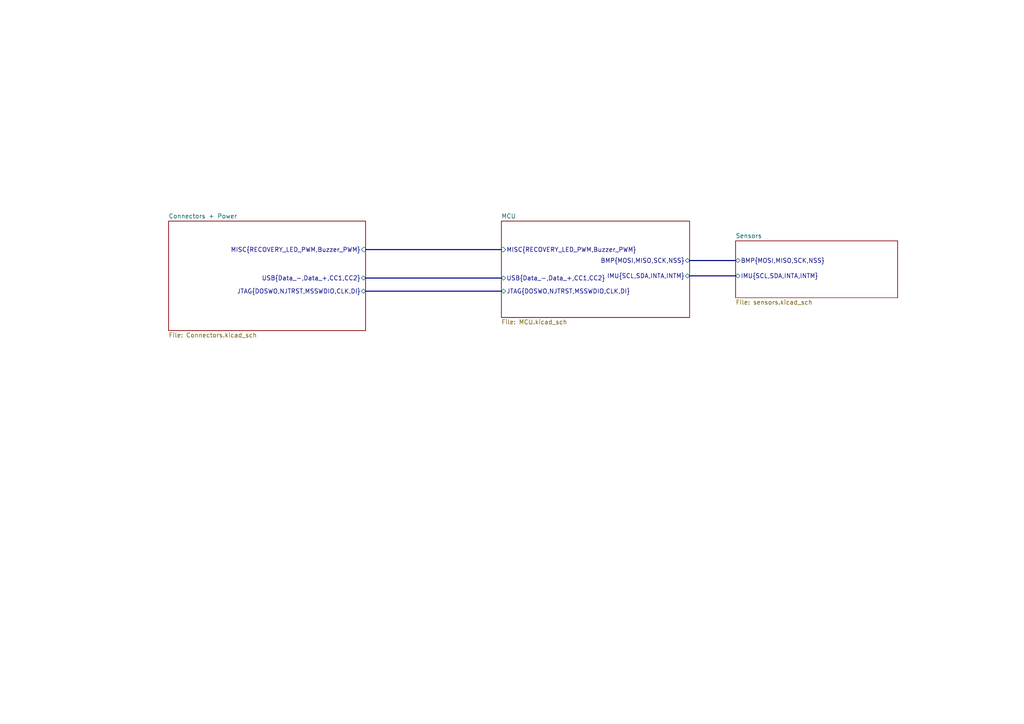
<source format=kicad_sch>
(kicad_sch (version 20230121) (generator eeschema)
  (paper "A4")
  (lib_symbols)
  (bus (pts (xy 200.025 80.01) (xy 213.36 80.01)))
  (bus (pts (xy 106.045 84.455) (xy 145.415 84.455)))
  (bus (pts (xy 106.045 80.645) (xy 145.415 80.645)))
  (bus (pts (xy 106.045 72.39) (xy 145.415 72.39)))
  (bus (pts (xy 200.025 75.565) (xy 213.36 75.565)))
  (sheet (at 145.415 64.135) (size 54.61 27.94) (stroke (width 0.1524))
    (property "Sheetname" "MCU" (at 145.415 63.4234 0) (effects (justify left bottom)))
    (property "Sheetfile" "MCU.kicad_sch" (at 145.415 92.6596 0) (effects (justify left top)))
    (pin "BMP{MOSI,MISO,SCK,NSS}" bidirectional (at 200.025 75.565 0))
    (pin "USB{Data_-,Data_+,CC1,CC2}" bidirectional (at 145.415 80.645 180))
    (pin "IMU{SCL,SDA,INTA,INTM}" bidirectional (at 200.025 80.01 0))
    (pin "JTAG{DOSWO,NJTRST,MSSWDIO,CLK,DI}" bidirectional (at 145.415 84.455 180))
    (pin "MISC{RECOVERY_LED_PWM,Buzzer_PWM}" input (at 145.415 72.39 180))
  )
  (sheet (at 48.895 64.135) (size 57.15 31.75) (stroke (width 0.1524))
    (property "Sheetname" "Connectors + Power" (at 48.895 63.4234 0) (effects (justify left bottom)))
    (property "Sheetfile" "Connectors.kicad_sch" (at 48.895 96.4696 0) (effects (justify left top)))
    (pin "USB{Data_-,Data_+,CC1,CC2}" bidirectional (at 106.045 80.645 0))
    (pin "JTAG{DOSWO,NJTRST,MSSWDIO,CLK,DI}" bidirectional (at 106.045 84.455 0))
    (pin "MISC{RECOVERY_LED_PWM,Buzzer_PWM}" input (at 106.045 72.39 0))
  )
  (sheet (at 213.36 69.85) (size 46.99 16.51) (stroke (width 0.1524))
    (property "Sheetname" "Sensors" (at 213.36 69.1384 0) (effects (justify left bottom)))
    (property "Sheetfile" "sensors.kicad_sch" (at 213.36 86.9446 0) (effects (justify left top)))
    (pin "BMP{MOSI,MISO,SCK,NSS}" bidirectional (at 213.36 75.565 180))
    (pin "IMU{SCL,SDA,INTA,INTM}" bidirectional (at 213.36 80.01 180))
  )
)
</source>
